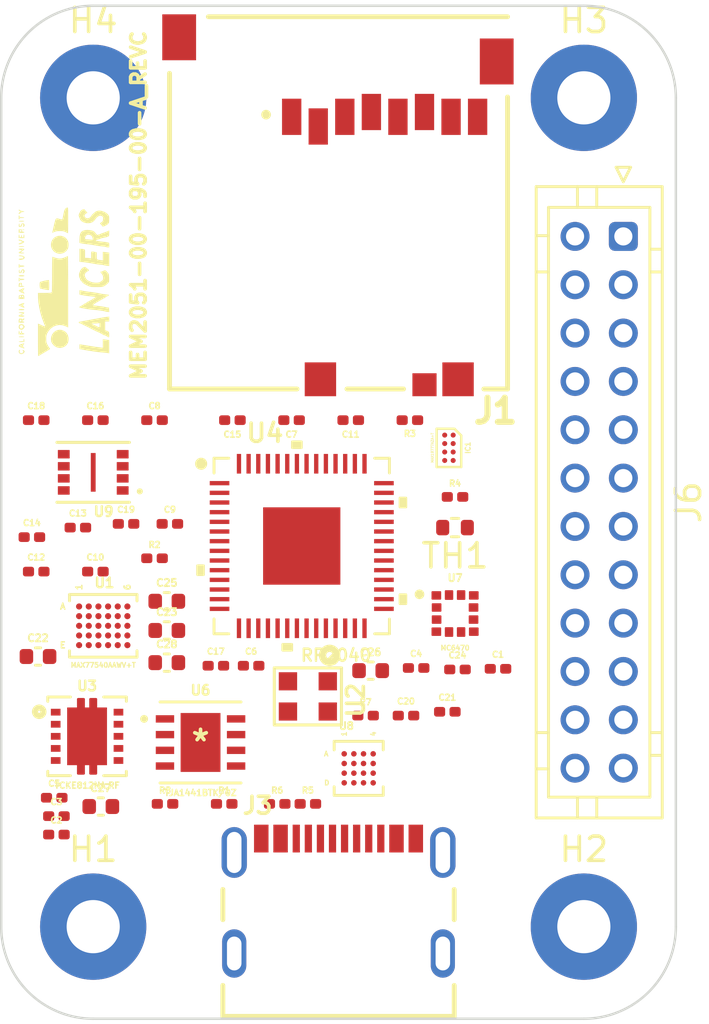
<source format=kicad_pcb>
(kicad_pcb (version 20211014) (generator pcbnew)
  (layers (0 "F.Cu" signal) (31 "B.Cu" signal) (34 "B.Paste" user) (35 "F.Paste" user) (36 "B.SilkS" user "B.Silkscreen") (37 "F.SilkS" user "F.Silkscreen") (38 "B.Mask" user) (39 "F.Mask" user) (44 "Edge.Cuts" user))
  (net 0 "")
  (net 1 "SD_DAT2")
  (net 2 "SD_DAT3")
  (net 11 "SD_CMD")
  (net 12 "SD_CLK")
  (net 13 "GND")
  (net 14 "SD_DAT0")
  (net 15 "SD_DAT1")
  (net 19 "V_BUS")
  (net 20 "/Power/V_OUT")
  (net 21 "CAN_HI")
  (net 22 "CAN_LO")
  (net 26 "DP")
  (net 28 "Net-(C3-Pad1)")
  (net 29 "+1V1")
  (net 30 "/MCU/CLOCK")
  (net 31 "Net-(R3-Pad1)")
  (net 44 "Net-(U1-PadE1)")
  (net 45 "Net-(R2-Pad1)")
  (net 47 "VIN_12V")
  (net 49 "DN")
  (net 50 "GPIO_TEMP")
  (net 51 "V_SEL")
  (net 52 "VIN")
  (net 76 "IO_FILTERING")
  (net 77 "+5V")
  (net 79 "Net-(U1-PadD4)")
  (net 94 "QSPI_SD3")
  (net 95 "QSPI_SCLK")
  (net 96 "QSPI_SD0")
  (net 97 "QSPI_SD2")
  (net 98 "QSPI_SD1")
  (net 102 "Net-(U3-Pad10)")
  (net 111 "Net-(U1-PadD2)")
  (net 112 "Net-(U1-PadD1)")
  (net 132 "Net-(J3-PadB5)")
  (net 133 "Net-(J3-PadA5)")
  (footprint "graphics:cbu-small" (layer "F.Cu") (at 101.6 87.63 90)
    (fp_text reference "G***" hide)
    (fp_text value "LOGO" hide)
  )
  (footprint "personal:C_0201_0603Metric" (layer "F.Cu") (at 111.085 93.345 180)
    (fp_text reference "C7" (at 0 -0.59 180) (layer "F.SilkS") (effects (font (size 0.25 0.25) (thickness 0.0625))))
    (fp_text value "0.1µF")
    (pad "1" smd roundrect (at -0.32 0 180) (size 0.46 0.4) (layers "F.Cu" "F.Mask") (net 76 "IO_FILTERING"))
    (pad "2" smd roundrect (at 0.32 0 180) (size 0.46 0.4) (layers "F.Cu" "F.Mask") (net 13 "GND"))
  )
  (footprint "personal:C_0402_1005Metric" (layer "F.Cu") (at 105.918 103.378)
    (fp_text reference "C28" (at 0 -0.762) (layer "F.SilkS") (effects (font (size 0.3 0.3) (thickness 0.075))))
    (fp_text value "22µF")
    (pad "1" smd roundrect (at -0.48 0) (size 0.56 0.62) (layers "F.Cu" "F.Paste" "F.Mask") (net 13 "GND"))
    (pad "2" smd roundrect (at 0.48 0) (size 0.56 0.62) (layers "F.Cu" "F.Paste" "F.Mask") (net 76 "IO_FILTERING"))
  )
  (footprint "personal:C_0201_0603Metric" (layer "F.Cu") (at 119.634 103.632)
    (fp_text reference "C1" (at 0 -0.59) (layer "F.SilkS") (effects (font (size 0.25 0.25) (thickness 0.0625))))
    (fp_text value "0.1µF")
    (pad "1" smd roundrect (at -0.32 0) (size 0.46 0.4) (layers "F.Cu" "F.Mask") (net 51 "V_SEL"))
    (pad "2" smd roundrect (at 0.32 0) (size 0.46 0.4) (layers "F.Cu" "F.Mask") (net 13 "GND"))
  )
  (footprint "personal:OSCDFN250X200X89-4N" (layer "F.Cu") (at 111.76 104.775 -90)
    (fp_text reference "U2" (at 0.1524 -1.9812 90) (layer "F.SilkS") (effects (font (size 0.7 0.7))))
    (fp_text value "DSC1001DI1-025.0000T")
    (pad "1" smd rect (at -0.625 -0.825 180) (size 0.76 0.75) (layers "F.Cu" "F.Paste" "F.Mask"))
    (pad "2" smd rect (at -0.625 0.825 180) (size 0.76 0.75) (layers "F.Cu" "F.Paste" "F.Mask") (net 13 "GND"))
    (pad "3" smd rect (at 0.625 0.825 180) (size 0.76 0.75) (layers "F.Cu" "F.Paste" "F.Mask") (net 30 "/MCU/CLOCK"))
    (pad "4" smd rect (at 0.625 -0.825 180) (size 0.76 0.75) (layers "F.Cu" "F.Paste" "F.Mask") (net 76 "IO_FILTERING"))
  )
  (footprint "personal:R_0201_0603Metric" (layer "F.Cu") (at 115.985 93.345 180)
    (fp_text reference "R3" (at 0 -0.5588 180) (layer "F.SilkS") (effects (font (size 0.25 0.25) (thickness 0.0625))))
    (fp_text value "27.4")
    (pad "1" smd roundrect (at -0.32 0 180) (size 0.46 0.4) (layers "F.Cu" "F.Mask") (net 31 "Net-(R3-Pad1)"))
    (pad "2" smd roundrect (at 0.32 0 180) (size 0.46 0.4) (layers "F.Cu" "F.Mask") (net 49 "DN"))
  )
  (footprint "personal:HVSON8_TJA1441BTK_0Z_NXP" (layer "F.Cu") (at 107.315 106.68)
    (fp_text reference "U6" (at 0 -2.159) (layer "F.SilkS") (effects (font (size 0.4 0.4) (thickness 0.1))))
    (fp_text value "TJA1441BTK/0Z" (at 0 2.0828) (layer "F.SilkS") (effects (font (size 0.25 0.25) (thickness 0.0625))))
    (fp_text user "*" (at 0 0) (layer "F.SilkS"))
    (pad "1" smd rect (at -1.4732 -0.974999) (size 0.762 0.3048) (layers "F.Cu" "F.Paste" "F.Mask"))
    (pad "2" smd rect (at -1.4732 -0.325001) (size 0.762 0.3048) (layers "F.Cu" "F.Paste" "F.Mask"))
    (pad "3" smd rect (at -1.4732 0.325001) (size 0.762 0.3048) (layers "F.Cu" "F.Paste" "F.Mask"))
    (pad "4" smd rect (at -1.4732 0.974999) (size 0.762 0.3048) (layers "F.Cu" "F.Paste" "F.Mask"))
    (pad "5" smd rect (at 1.4732 0.974999) (size 0.762 0.3048) (layers "F.Cu" "F.Paste" "F.Mask"))
    (pad "6" smd rect (at 1.4732 0.325001) (size 0.762 0.3048) (layers "F.Cu" "F.Paste" "F.Mask"))
    (pad "7" smd rect (at 1.4732 -0.325001) (size 0.762 0.3048) (layers "F.Cu" "F.Paste" "F.Mask"))
    (pad "8" smd rect (at 1.4732 -0.974999) (size 0.762 0.3048) (layers "F.Cu" "F.Paste" "F.Mask"))
    (pad "9" smd rect (at 0 0) (size 1.651 2.4384) (layers "F.Cu" "F.Paste" "F.Mask"))
  )
  (footprint "personal:C_0201_0603Metric" (layer "F.Cu") (at 115.824 105.568)
    (fp_text reference "C20" (at 0 -0.59) (layer "F.SilkS") (effects (font (size 0.25 0.25) (thickness 0.0625))))
    (fp_text value "1µF")
    (pad "1" smd roundrect (at -0.32 0) (size 0.46 0.4) (layers "F.Cu" "F.Mask") (net 44 "Net-(U1-PadE1)"))
    (pad "2" smd roundrect (at 0.32 0) (size 0.46 0.4) (layers "F.Cu" "F.Mask") (net 13 "GND"))
  )
  (footprint "personal:C_0201_0603Metric" (layer "F.Cu") (at 117.536 105.41)
    (fp_text reference "C21" (at 0 -0.59) (layer "F.SilkS") (effects (font (size 0.25 0.25) (thickness 0.0625))))
    (fp_text value "1µF")
    (pad "1" smd roundrect (at -0.32 0) (size 0.46 0.4) (layers "F.Cu" "F.Mask") (net 20 "/Power/V_OUT"))
    (pad "2" smd roundrect (at 0.32 0) (size 0.46 0.4) (layers "F.Cu" "F.Mask") (net 13 "GND"))
  )
  (footprint "personal:C_0402_1005Metric" (layer "F.Cu") (at 100.584 103.124)
    (fp_text reference "C22" (at 0 -0.762) (layer "F.SilkS") (effects (font (size 0.3 0.3) (thickness 0.075))))
    (fp_text value "22µF")
    (pad "1" smd roundrect (at -0.48 0) (size 0.56 0.62) (layers "F.Cu" "F.Paste" "F.Mask") (net 13 "GND"))
    (pad "2" smd roundrect (at 0.48 0) (size 0.56 0.62) (layers "F.Cu" "F.Paste" "F.Mask") (net 77 "+5V"))
  )
  (footprint "personal:C_0402_1005Metric" (layer "F.Cu") (at 114.36 103.708)
    (fp_text reference "C26" (at 0 -0.762) (layer "F.SilkS") (effects (font (size 0.3 0.3) (thickness 0.075))))
    (fp_text value "22µF")
    (pad "1" smd roundrect (at -0.48 0) (size 0.56 0.62) (layers "F.Cu" "F.Paste" "F.Mask") (net 13 "GND"))
    (pad "2" smd roundrect (at 0.48 0) (size 0.56 0.62) (layers "F.Cu" "F.Paste" "F.Mask") (net 76 "IO_FILTERING"))
  )
  (footprint "MountingHole:MountingHole_2.2mm_M2_Pad_TopBottom" (layer "F.Cu") (at 123.19 114.3)
    (fp_text reference "H2" (at 0 -3.2) (layer "F.SilkS"))
    (fp_text value "M2")
    (pad "1" thru_hole circle (at 0 0) (size 2.6 2.6) (drill 2.2) (layers *.Cu *.Mask) (net 13 "GND"))
    (pad "1" connect circle (at 0 0) (size 4.4 4.4) (layers "B.Cu" "B.Mask") (net 13 "GND"))
    (pad "1" connect circle (at 0 0) (size 4.4 4.4) (layers "F.Cu" "F.Mask") (net 13 "GND"))
  )
  (footprint "MountingHole:MountingHole_2.2mm_M2_Pad_TopBottom" (layer "F.Cu") (at 102.87 114.3)
    (fp_text reference "H1" (at 0 -3.2) (layer "F.SilkS"))
    (fp_text value "M2")
    (pad "1" connect circle (at 0 0) (size 4.4 4.4) (layers "B.Cu" "B.Mask") (net 13 "GND"))
    (pad "1" connect circle (at 0 0) (size 4.4 4.4) (layers "F.Cu" "F.Mask") (net 13 "GND"))
    (pad "1" thru_hole circle (at 0 0) (size 2.6 2.6) (drill 2.2) (layers *.Cu *.Mask) (net 13 "GND"))
  )
  (footprint "personal:R_0201_0603Metric" (layer "F.Cu") (at 105.845 109.22)
    (fp_text reference "R8" (at 0 -0.5588) (layer "F.SilkS") (effects (font (size 0.25 0.25) (thickness 0.0625))))
    (fp_text value "100k")
    (pad "1" smd roundrect (at -0.32 0) (size 0.46 0.4) (layers "F.Cu" "F.Mask") (net 13 "GND"))
    (pad "2" smd roundrect (at 0.32 0) (size 0.46 0.4) (layers "F.Cu" "F.Mask") (net 112 "Net-(U1-PadD1)"))
  )
  (footprint "personal:R_0402_1005Metric" (layer "F.Cu") (at 117.854 97.79 180)
    (fp_text reference "TH1" (at 0 -1.17 180) (layer "F.SilkS"))
    (fp_text value "NTC")
    (pad "1" smd roundrect (at -0.51 0 180) (size 0.54 0.64) (layers "F.Cu" "F.Paste" "F.Mask") (net 50 "GPIO_TEMP"))
    (pad "2" smd roundrect (at 0.51 0 180) (size 0.54 0.64) (layers "F.Cu" "F.Paste" "F.Mask") (net 13 "GND"))
  )
  (footprint "MountingHole:MountingHole_2.2mm_M2_Pad_TopBottom" (layer "F.Cu") (at 102.87 80.01)
    (fp_text reference "H4" (at 0 -3.2) (layer "F.SilkS"))
    (fp_text value "M2")
    (pad "1" connect circle (at 0 0) (size 4.4 4.4) (layers "B.Cu" "B.Mask") (net 13 "GND"))
    (pad "1" connect circle (at 0 0) (size 4.4 4.4) (layers "F.Cu" "F.Mask") (net 13 "GND"))
    (pad "1" thru_hole circle (at 0 0) (size 2.6 2.6) (drill 2.2) (layers *.Cu *.Mask) (net 13 "GND"))
  )
  (footprint "personal:C_0201_0603Metric" (layer "F.Cu") (at 100.51 99.61)
    (fp_text reference "C12" (at 0 -0.59) (layer "F.SilkS") (effects (font (size 0.25 0.25) (thickness 0.0625))))
    (fp_text value "0.1µF")
    (pad "1" smd roundrect (at -0.32 0) (size 0.46 0.4) (layers "F.Cu" "F.Mask") (net 76 "IO_FILTERING"))
    (pad "2" smd roundrect (at 0.32 0) (size 0.46 0.4) (layers "F.Cu" "F.Mask") (net 13 "GND"))
  )
  (footprint "MountingHole:MountingHole_2.2mm_M2_Pad_TopBottom" (layer "F.Cu") (at 123.19 80.01)
    (fp_text reference "H3" (at 0 -3.2) (layer "F.SilkS"))
    (fp_text value "M2")
    (pad "1" connect circle (at 0 0) (size 4.4 4.4) (layers "F.Cu" "F.Mask") (net 13 "GND"))
    (pad "1" connect circle (at 0 0) (size 4.4 4.4) (layers "B.Cu" "B.Mask") (net 13 "GND"))
    (pad "1" thru_hole circle (at 0 0) (size 2.6 2.6) (drill 2.2) (layers *.Cu *.Mask) (net 13 "GND"))
  )
  (footprint "personal:C_0201_0603Metric" (layer "F.Cu") (at 102.96 99.61)
    (fp_text reference "C10" (at 0 -0.59) (layer "F.SilkS") (effects (font (size 0.25 0.25) (thickness 0.0625))))
    (fp_text value "0.1µF")
    (pad "1" smd roundrect (at -0.32 0) (size 0.46 0.4) (layers "F.Cu" "F.Mask") (net 76 "IO_FILTERING"))
    (pad "2" smd roundrect (at 0.32 0) (size 0.46 0.4) (layers "F.Cu" "F.Mask") (net 13 "GND"))
  )
  (footprint "personal:R_0201_0603Metric" (layer "F.Cu") (at 111.76 109.22)
    (fp_text reference "R5" (at 0 -0.5588) (layer "F.SilkS") (effects (font (size 0.25 0.25) (thickness 0.0625))))
    (fp_text value "5.1k")
    (pad "1" smd roundrect (at -0.32 0) (size 0.46 0.4) (layers "F.Cu" "F.Mask") (net 133 "Net-(J3-PadA5)"))
    (pad "2" smd roundrect (at 0.32 0) (size 0.46 0.4) (layers "F.Cu" "F.Mask") (net 13 "GND"))
  )
  (footprint "Connector_JST:JST_PHD_B24B-PHDSS_2x12_P2.00mm_Vertical" (layer "F.Cu") (at 124.825 85.7425 -90)
    (fp_text reference "J6" (at 11 -2.7 90) (layer "F.SilkS"))
    (fp_text value "Conn_02x12_Counter_Clockwise")
    (pad "1" thru_hole roundrect (at 0 0 270) (size 1.2 1.2) (drill 0.75) (layers *.Cu *.Mask) (roundrect_rratio 0.208333))
    (pad "2" thru_hole circle (at 0 2 270) (size 1.2 1.2) (drill 0.75) (layers *.Cu *.Mask))
    (pad "3" thru_hole circle (at 2 0 270) (size 1.2 1.2) (drill 0.75) (layers *.Cu *.Mask))
    (pad "4" thru_hole circle (at 2 2 270) (size 1.2 1.2) (drill 0.75) (layers *.Cu *.Mask))
    (pad "5" thru_hole circle (at 4 0 270) (size 1.2 1.2) (drill 0.75) (layers *.Cu *.Mask))
    (pad "6" thru_hole circle (at 4 2 270) (size 1.2 1.2) (drill 0.75) (layers *.Cu *.Mask) (net 47 "VIN_12V"))
    (pad "7" thru_hole circle (at 6 0 270) (size 1.2 1.2) (drill 0.75) (layers *.Cu *.Mask))
    (pad "8" thru_hole circle (at 6 2 270) (size 1.2 1.2) (drill 0.75) (layers *.Cu *.Mask))
    (pad "9" thru_hole circle (at 8 0 270) (size 1.2 1.2) (drill 0.75) (layers *.Cu *.Mask))
    (pad "10" thru_hole circle (at 8 2 270) (size 1.2 1.2) (drill 0.75) (layers *.Cu *.Mask))
    (pad "11" thru_hole circle (at 10 0 270) (size 1.2 1.2) (drill 0.75) (layers *.Cu *.Mask) (net 21 "CAN_HI"))
    (pad "12" thru_hole circle (at 10 2 270) (size 1.2 1.2) (drill 0.75) (layers *.Cu *.Mask) (net 21 "CAN_HI"))
    (pad "13" thru_hole circle (at 12 0 270) (size 1.2 1.2) (drill 0.75) (layers *.Cu *.Mask) (net 22 "CAN_LO"))
    (pad "14" thru_hole circle (at 12 2 270) (size 1.2 1.2) (drill 0.75) (layers *.Cu *.Mask) (net 22 "CAN_LO"))
    (pad "15" thru_hole circle (at 14 0 270) (size 1.2 1.2) (drill 0.75) (layers *.Cu *.Mask))
    (pad "16" thru_hole circle (at 14 2 270) (size 1.2 1.2) (drill 0.75) (layers *.Cu *.Mask))
    (pad "17" thru_hole circle (at 16 0 270) (size 1.2 1.2) (drill 0.75) (layers *.Cu *.Mask))
    (pad "18" thru_hole circle (at 16 2 270) (size 1.2 1.2) (drill 0.75) (layers *.Cu *.Mask))
    (pad "19" thru_hole circle (at 18 0 270) (size 1.2 1.2) (drill 0.75) (layers *.Cu *.Mask))
    (pad "20" thru_hole circle (at 18 2 270) (size 1.2 1.2) (drill 0.75) (layers *.Cu *.Mask))
    (pad "21" thru_hole circle (at 20 0 270) (size 1.2 1.2) (drill 0.75) (layers *.Cu *.Mask))
    (pad "22" thru_hole circle (at 20 2 270) (size 1.2 1.2) (drill 0.75) (layers *.Cu *.Mask))
    (pad "23" thru_hole circle (at 22 0 270) (size 1.2 1.2) (drill 0.75) (layers *.Cu *.Mask))
    (pad "24" thru_hole circle (at 22 2 270) (size 1.2 1.2) (drill 0.75) (layers *.Cu *.Mask))
  )
  (footprint "personal:C_0201_0603Metric" (layer "F.Cu") (at 101.256 108.966)
    (fp_text reference "C5" (at 0 -0.59) (layer "F.SilkS") (effects (font (size 0.25 0.25) (thickness 0.0625))))
    (fp_text value "0.1µF")
    (pad "1" smd roundrect (at -0.32 0) (size 0.46 0.4) (layers "F.Cu" "F.Mask") (net 20 "/Power/V_OUT"))
    (pad "2" smd roundrect (at 0.32 0) (size 0.46 0.4) (layers "F.Cu" "F.Mask") (net 13 "GND"))
  )
  (footprint "personal:WSON10B_TOS" (layer "F.Cu") (at 102.616 106.426)
    (fp_text reference "U3" (at 0 -2.0828) (layer "F.SilkS") (effects (font (size 0.4 0.4) (thickness 0.1))))
    (fp_text value "TCKE812NA,RF" (at 0 2.032) (layer "F.SilkS") (effects (font (size 0.25 0.25) (thickness 0.0625))))
    (fp_poly (pts (xy 0.3683 -1.1938) (xy 0.3683 -1.5367) (xy 0.1397 -1.5367) (xy 0.1397 -1.1938)) (layer "F.Cu") (width 0.1) (fill solid))
    (fp_poly (pts (xy -0.3683 1.1938) (xy -0.3683 1.5367) (xy -0.1397 1.5367) (xy -0.1397 1.1938)) (layer "F.Cu") (width 0.1) (fill solid))
    (fp_poly (pts (xy 0.3683 1.1938) (xy 0.3683 1.5367) (xy 0.1397 1.5367) (xy 0.1397 1.1938)) (layer "F.Cu") (width 0.1) (fill solid))
    (fp_poly (pts (xy -0.3683 -1.1938) (xy -0.3683 -1.5367) (xy -0.1397 -1.5367) (xy -0.1397 -1.1938)) (layer "F.Cu") (width 0.1) (fill solid))
    (pad "1" smd rect (at -1.299997 -1.000001) (size 0.4 0.2794) (layers "F.Cu" "F.Paste" "F.Mask") (net 28 "Net-(C3-Pad1)"))
    (pad "2" smd rect (at -1.299997 -0.499999) (size 0.4 0.2794) (layers "F.Cu" "F.Paste" "F.Mask") (net 51 "V_SEL"))
    (pad "3" smd rect (at -1.299997 0) (size 0.4 0.2794) (layers "F.Cu" "F.Paste" "F.Mask") (net 51 "V_SEL"))
    (pad "4" smd rect (at -1.299997 0.499999) (size 0.4 0.2794) (layers "F.Cu" "F.Paste" "F.Mask") (net 51 "V_SEL"))
    (pad "5" smd rect (at -1.299997 1.000001) (size 0.4 0.2794) (layers "F.Cu" "F.Paste" "F.Mask") (net 51 "V_SEL"))
    (pad "6" smd rect (at 1.299997 1.000001) (size 0.4 0.2794) (layers "F.Cu" "F.Paste" "F.Mask") (net 20 "/Power/V_OUT"))
    (pad "7" smd rect (at 1.299997 0.499999) (size 0.4 0.2794) (layers "F.Cu" "F.Paste" "F.Mask") (net 20 "/Power/V_OUT"))
    (pad "8" smd rect (at 1.299997 0) (size 0.4 0.2794) (layers "F.Cu" "F.Paste" "F.Mask") (net 20 "/Power/V_OUT"))
    (pad "9" smd rect (at 1.299997 -0.499999) (size 0.4 0.2794) (layers "F.Cu" "F.Paste" "F.Mask"))
    (pad "10" smd rect (at 1.299997 -1.000001) (size 0.4 0.2794) (layers "F.Cu" "F.Paste" "F.Mask") (net 102 "Net-(U3-Pad10)"))
    (pad "11" smd rect (at 0 0) (size 1.651 2.3876) (layers "F.Cu" "F.Paste" "F.Mask") (net 13 "GND"))
  )
  (footprint "personal:C_0201_0603Metric" (layer "F.Cu") (at 107.95 103.505)
    (fp_text reference "C17" (at 0 -0.59) (layer "F.SilkS") (effects (font (size 0.25 0.25) (thickness 0.0625))))
    (fp_text value "0.1µF")
    (pad "1" smd roundrect (at -0.32 0) (size 0.46 0.4) (layers "F.Cu" "F.Mask") (net 76 "IO_FILTERING"))
    (pad "2" smd roundrect (at 0.32 0) (size 0.46 0.4) (layers "F.Cu" "F.Mask") (net 13 "GND"))
  )
  (footprint "personal:C_0201_0603Metric" (layer "F.Cu") (at 116.244 103.598)
    (fp_text reference "C4" (at 0 -0.59) (layer "F.SilkS") (effects (font (size 0.25 0.25) (thickness 0.0625))))
    (fp_text value "0.1µF")
    (pad "1" smd roundrect (at -0.32 0) (size 0.46 0.4) (layers "F.Cu" "F.Mask") (net 51 "V_SEL"))
    (pad "2" smd roundrect (at 0.32 0) (size 0.46 0.4) (layers "F.Cu" "F.Mask") (net 13 "GND"))
  )
  (footprint "personal:R_0201_0603Metric" (layer "F.Cu") (at 108.295 109.22)
    (fp_text reference "R1" (at 0 -0.5588) (layer "F.SilkS") (effects (font (size 0.25 0.25) (thickness 0.0625))))
    (fp_text value "36k")
    (pad "1" smd roundrect (at -0.32 0) (size 0.46 0.4) (layers "F.Cu" "F.Mask") (net 102 "Net-(U3-Pad10)"))
    (pad "2" smd roundrect (at 0.32 0) (size 0.46 0.4) (layers "F.Cu" "F.Mask") (net 13 "GND"))
  )
  (footprint "personal:C_0402_1005Metric" (layer "F.Cu") (at 105.918 102.046)
    (fp_text reference "C23" (at 0 -0.762) (layer "F.SilkS") (effects (font (size 0.3 0.3) (thickness 0.075))))
    (fp_text value "22µF")
    (pad "1" smd roundrect (at -0.48 0) (size 0.56 0.62) (layers "F.Cu" "F.Paste" "F.Mask") (net 13 "GND"))
    (pad "2" smd roundrect (at 0.48 0) (size 0.56 0.62) (layers "F.Cu" "F.Paste" "F.Mask") (net 76 "IO_FILTERING"))
  )
  (footprint "personal:C_0201_0603Metric" (layer "F.Cu") (at 101.346 109.728)
    (fp_text reference "C3" (at 0 -0.59) (layer "F.SilkS") (effects (font (size 0.25 0.25) (thickness 0.0625))))
    (fp_text value "100pF")
    (pad "1" smd roundrect (at -0.32 0) (size 0.46 0.4) (layers "F.Cu" "F.Mask") (net 28 "Net-(C3-Pad1)"))
    (pad "2" smd roundrect (at 0.32 0) (size 0.46 0.4) (layers "F.Cu" "F.Mask") (net 13 "GND"))
  )
  (footprint "personal:C_0402_1005Metric" (layer "F.Cu") (at 105.918 100.838)
    (fp_text reference "C25" (at 0 -0.762) (layer "F.SilkS") (effects (font (size 0.3 0.3) (thickness 0.075))))
    (fp_text value "22µF")
    (pad "1" smd roundrect (at -0.48 0) (size 0.56 0.62) (layers "F.Cu" "F.Paste" "F.Mask") (net 13 "GND"))
    (pad "2" smd roundrect (at 0.48 0) (size 0.56 0.62) (layers "F.Cu" "F.Paste" "F.Mask") (net 77 "+5V"))
  )
  (footprint "personal:C_0201_0603Metric" (layer "F.Cu") (at 102.235 97.79)
    (fp_text reference "C13" (at 0 -0.59) (layer "F.SilkS") (effects (font (size 0.25 0.25) (thickness 0.0625))))
    (fp_text value "0.1µF")
    (pad "1" smd roundrect (at -0.32 0) (size 0.46 0.4) (layers "F.Cu" "F.Mask") (net 76 "IO_FILTERING"))
    (pad "2" smd roundrect (at 0.32 0) (size 0.46 0.4) (layers "F.Cu" "F.Mask") (net 13 "GND"))
  )
  (footprint "personal:C_0201_0603Metric" (layer "F.Cu") (at 100.33 98.185)
    (fp_text reference "C14" (at 0 -0.59) (layer "F.SilkS") (effects (font (size 0.25 0.25) (thickness 0.0625))))
    (fp_text value "0.1µF")
    (pad "1" smd roundrect (at -0.32 0) (size 0.46 0.4) (layers "F.Cu" "F.Mask") (net 29 "+1V1"))
    (pad "2" smd roundrect (at 0.32 0) (size 0.46 0.4) (layers "F.Cu" "F.Mask") (net 13 "GND"))
  )
  (footprint "personal:R_0201_0603Metric" (layer "F.Cu") (at 117.854 96.52)
    (fp_text reference "R4" (at 0 -0.5588) (layer "F.SilkS") (effects (font (size 0.25 0.25) (thickness 0.0625))))
    (fp_text value "470k")
    (pad "1" smd roundrect (at -0.32 0) (size 0.46 0.4) (layers "F.Cu" "F.Mask") (net 76 "IO_FILTERING"))
    (pad "2" smd roundrect (at 0.32 0) (size 0.46 0.4) (layers "F.Cu" "F.Mask") (net 50 "GPIO_TEMP"))
  )
  (footprint "personal:PQFN50P200X200X100-12N" (layer "F.Cu") (at 117.856 101.346)
    (fp_text reference "U7" (at 0 -1.4732) (layer "F.SilkS") (effects (font (size 0.3 0.3) (thickness 0.075))))
    (fp_text value "MC6470" (at 0 1.4224) (layer "F.SilkS") (effects (font (size 0.2 0.2) (thickness 0.05))))
    (pad "1" smd roundrect (at -0.775 -0.75) (size 0.4 0.35) (layers "F.Cu" "F.Paste") (roundrect_rratio 0.09))
    (pad "2" smd roundrect (at -0.765 -0.25) (size 0.4 0.35) (layers "F.Cu" "F.Paste") (roundrect_rratio 0.09))
    (pad "3" smd roundrect (at -0.765 0.25) (size 0.4 0.35) (layers "F.Cu" "F.Paste") (roundrect_rratio 0.09))
    (pad "4" smd roundrect (at -0.775 0.75) (size 0.4 0.35) (layers "F.Cu" "F.Paste") (roundrect_rratio 0.09))
    (pad "5" smd roundrect (at -0.25 0.765) (size 0.35 0.4) (layers "F.Cu" "F.Paste") (roundrect_rratio 0.1))
    (pad "6" smd roundrect (at 0.25 0.765) (size 0.35 0.4) (layers "F.Cu" "F.Paste") (roundrect_rratio 0.1))
    (pad "7" smd roundrect (at 0.775 0.75) (size 0.4 0.35) (layers "F.Cu" "F.Paste") (roundrect_rratio 0.09))
    (pad "8" smd roundrect (at 0.765 0.25) (size 0.4 0.35) (layers "F.Cu" "F.Paste") (roundrect_rratio 0.09))
    (pad "9" smd roundrect (at 0.765 -0.25) (size 0.4 0.35) (layers "F.Cu" "F.Paste") (roundrect_rratio 0.09))
    (pad "10" smd roundrect (at 0.775 -0.75) (size 0.4 0.35) (layers "F.Cu" "F.Paste") (roundrect_rratio 0.09))
    (pad "11" smd roundrect (at 0.25 -0.765) (size 0.35 0.4) (layers "F.Cu" "F.Paste") (roundrect_rratio 0.1))
    (pad "12" smd roundrect (at -0.25 -0.765) (size 0.35 0.4) (layers "F.Cu" "F.Paste") (roundrect_rratio 0.1))
  )
  (footprint "personal:C_0201_0603Metric" (layer "F.Cu") (at 104.23 97.635)
    (fp_text reference "C19" (at 0 -0.59) (layer "F.SilkS") (effects (font (size 0.25 0.25) (thickness 0.0625))))
    (fp_text value "0.1µF")
    (pad "1" smd roundrect (at -0.32 0) (size 0.46 0.4) (layers "F.Cu" "F.Mask") (net 76 "IO_FILTERING"))
    (pad "2" smd roundrect (at 0.32 0) (size 0.46 0.4) (layers "F.Cu" "F.Mask") (net 13 "GND"))
  )
  (footprint "personal:C_0201_0603Metric" (layer "F.Cu") (at 113.535 93.345 180)
    (fp_text reference "C11" (at 0 -0.59 180) (layer "F.SilkS") (effects (font (size 0.25 0.25) (thickness 0.0625))))
    (fp_text value "0.1µF")
    (pad "1" smd roundrect (at -0.32 0 180) (size 0.46 0.4) (layers "F.Cu" "F.Mask") (net 76 "IO_FILTERING"))
    (pad "2" smd roundrect (at 0.32 0 180) (size 0.46 0.4) (layers "F.Cu" "F.Mask") (net 13 "GND"))
  )
  (footprint "personal:21-100414_W302P2Z+1_MXM" (layer "F.Cu") (at 103.286 101.854)
    (fp_text reference "U1" (at 0.0508 -1.778) (layer "F.SilkS") (effects (font (size 0.4 0.4) (thickness 0.1))))
    (fp_text value "MAX77540AAWV+T" (at 0 1.6256) (layer "F.SilkS") (effects (font (size 0.2 0.2) (thickness 0.05))))
    (fp_text user "1" (at -1 -1.6002 90) (layer "F.SilkS") (effects (font (size 0.25 0.25) (thickness 0.0625))))
    (fp_text user "A" (at -1.6764 -0.8) (layer "F.SilkS") (effects (font (size 0.25 0.25) (thickness 0.0625))))
    (fp_text user "6" (at 1 -1.6002 90) (layer "F.SilkS") (effects (font (size 0.25 0.25) (thickness 0.0625))))
    (fp_text user "E" (at -1.6764 0.8) (layer "F.SilkS") (effects (font (size 0.25 0.25) (thickness 0.0625))))
    (pad "A1" smd circle (at -1 -0.8) (size 0.254 0.254) (layers "F.Cu" "F.Paste" "F.Mask") (net 13 "GND"))
    (pad "A2" smd circle (at -0.6 -0.8) (size 0.254 0.254) (layers "F.Cu" "F.Paste" "F.Mask"))
    (pad "A3" smd circle (at -0.2 -0.8) (size 0.254 0.254) (layers "F.Cu" "F.Paste" "F.Mask") (net 20 "/Power/V_OUT"))
    (pad "A4" smd circle (at 0.2 -0.8) (size 0.254 0.254) (layers "F.Cu" "F.Paste" "F.Mask") (net 20 "/Power/V_OUT"))
    (pad "A5" smd circle (at 0.6 -0.8) (size 0.254 0.254) (layers "F.Cu" "F.Paste" "F.Mask"))
    (pad "A6" smd circle (at 1 -0.8) (size 0.254 0.254) (layers "F.Cu" "F.Paste" "F.Mask") (net 13 "GND"))
    (pad "B1" smd circle (at -1 -0.4) (size 0.254 0.254) (layers "F.Cu" "F.Paste" "F.Mask"))
    (pad "B2" smd circle (at -0.6 -0.4) (size 0.254 0.254) (layers "F.Cu" "F.Paste" "F.Mask"))
    (pad "B3" smd circle (at -0.2 -0.4) (size 0.254 0.254) (layers "F.Cu" "F.Paste" "F.Mask"))
    (pad "B4" smd circle (at 0.2 -0.4) (size 0.254 0.254) (layers "F.Cu" "F.Paste" "F.Mask"))
    (pad "B5" smd circle (at 0.6 -0.4) (size 0.254 0.254) (layers "F.Cu" "F.Paste" "F.Mask"))
    (pad "B6" smd circle (at 1 -0.4) (size 0.254 0.254) (layers "F.Cu" "F.Paste" "F.Mask"))
    (pad "C1" smd circle (at -1 0) (size 0.254 0.254) (layers "F.Cu" "F.Paste" "F.Mask"))
    (pad "C2" smd circle (at -0.6 0) (size 0.254 0.254) (layers "F.Cu" "F.Paste" "F.Mask") (net 20 "/Power/V_OUT"))
    (pad "C3" smd circle (at -0.2 0) (size 0.254 0.254) (layers "F.Cu" "F.Paste" "F.Mask") (net 13 "GND"))
    (pad "C4" smd circle (at 0.2 0) (size 0.254 0.254) (layers "F.Cu" "F.Paste" "F.Mask") (net 13 "GND"))
    (pad "C5" smd circle (at 0.6 0) (size 0.254 0.254) (layers "F.Cu" "F.Paste" "F.Mask") (net 20 "/Power/V_OUT"))
    (pad "C6" smd circle (at 1 0) (size 0.254 0.254) (layers "F.Cu" "F.Paste" "F.Mask"))
    (pad "D1" smd circle (at -1 0.4) (size 0.254 0.254) (layers "F.Cu" "F.Paste" "F.Mask") (net 112 "Net-(U1-PadD1)"))
    (pad "D2" smd circle (at -0.6 0.4) (size 0.254 0.254) (layers "F.Cu" "F.Paste" "F.Mask") (net 111 "Net-(U1-PadD2)"))
    (pad "D3" smd circle (at -0.2 0.4) (size 0.254 0.254) (layers "F.Cu" "F.Paste" "F.Mask") (net 13 "GND"))
    (pad "D4" smd circle (at 0.2 0.4) (size 0.254 0.254) (layers "F.Cu" "F.Paste" "F.Mask") (net 79 "Net-(U1-PadD4)"))
    (pad "D5" smd circle (at 0.6 0.4) (size 0.254 0.254) (layers "F.Cu" "F.Paste" "F.Mask"))
    (pad "D6" smd circle (at 1 0.4) (size 0.254 0.254) (layers "F.Cu" "F.Paste" "F.Mask") (net 13 "GND"))
    (pad "E1" smd circle (at -1 0.8) (size 0.254 0.254) (layers "F.Cu" "F.Paste" "F.Mask") (net 44 "Net-(U1-PadE1)"))
    (pad "E2" smd circle (at -0.6 0.8) (size 0.254 0.254) (layers "F.Cu" "F.Paste" "F.Mask") (net 44 "Net-(U1-PadE1)"))
    (pad "E3" smd circle (at -0.2 0.8) (size 0.254 0.254) (layers "F.Cu" "F.Paste" "F.Mask") (net 13 "GND"))
    (pad "E4" smd circle (at 0.2 0.8) (size 0.254 0.254) (layers "F.Cu" "F.Paste" "F.Mask") (net 44 "Net-(U1-PadE1)"))
    (pad "E5" smd circle (at 0.6 0.8) (size 0.254 0.254) (layers "F.Cu" "F.Paste" "F.Mask") (net 20 "/Power/V_OUT"))
    (pad "E6" smd circle (at 1 0.8) (size 0.254 0.254) (layers "F.Cu" "F.Paste" "F.Mask") (net 13 "GND"))
  )
  (footprint "personal:PSON50P200X300X50-9N" (layer "F.Cu") (at 102.87 95.504 180)
    (fp_text reference "U9" (at -0.4318 -1.6256) (layer "F.SilkS") (effects (font (size 0.4 0.4) (thickness 0.1))))
    (fp_text value "GD25Q40CEIGR")
    (pad "1" smd roundrect (at -1.22 -0.75 180) (size 0.49 0.35) (layers "F.Cu" "F.Paste" "F.Mask") (roundrect_rratio 0.04))
    (pad "2" smd roundrect (at -1.22 -0.25 180) (size 0.49 0.35) (layers "F.Cu" "F.Paste" "F.Mask") (roundrect_rratio 0.04) (net 98 "QSPI_SD1"))
    (pad "3" smd roundrect (at -1.22 0.25 180) (size 0.49 0.35) (layers "F.Cu" "F.Paste" "F.Mask") (roundrect_rratio 0.04) (net 97 "QSPI_SD2"))
    (pad "4" smd roundrect (at -1.22 0.75 180) (size 0.49 0.35) (layers "F.Cu" "F.Paste" "F.Mask") (roundrect_rratio 0.04) (net 13 "GND"))
    (pad "5" smd roundrect (at 1.22 0.75 180) (size 0.49 0.35) (layers "F.Cu" "F.Paste" "F.Mask") (roundrect_rratio 0.04) (net 96 "QSPI_SD0"))
    (pad "6" smd roundrect (at 1.22 0.25 180) (size 0.49 0.35) (layers "F.Cu" "F.Paste" "F.Mask") (roundrect_rratio 0.04) (net 95 "QSPI_SCLK"))
    (pad "7" smd roundrect (at 1.22 -0.25 180) (size 0.49 0.35) (layers "F.Cu" "F.Paste" "F.Mask") (roundrect_rratio 0.04) (net 94 "QSPI_SD3"))
    (pad "8" smd roundrect (at 1.22 -0.75 180) (size 0.49 0.35) (layers "F.Cu" "F.Paste" "F.Mask") (roundrect_rratio 0.04) (net 76 "IO_FILTERING"))
    (pad "9" smd rect (at 0 0 180) (size 0.2 1.6) (layers "F.Cu" "F.Mask"))
  )
  (footprint "personal:C_0201_0603Metric" (layer "F.Cu") (at 102.96 93.345)
    (fp_text reference "C16" (at 0 -0.59) (layer "F.SilkS") (effects (font (size 0.25 0.25) (thickness 0.0625))))
    (fp_text value "0.1µF")
    (pad "1" smd roundrect (at -0.32 0) (size 0.46 0.4) (layers "F.Cu" "F.Mask") (net 29 "+1V1"))
    (pad "2" smd roundrect (at 0.32 0) (size 0.46 0.4) (layers "F.Cu" "F.Mask") (net 13 "GND"))
  )
  (footprint "personal:C_0201_0603Metric" (layer "F.Cu") (at 117.956 103.66)
    (fp_text reference "C24" (at 0 -0.59) (layer "F.SilkS") (effects (font (size 0.25 0.25) (thickness 0.0625))))
    (fp_text value "0.1µF")
    (pad "1" smd roundrect (at -0.32 0) (size 0.46 0.4) (layers "F.Cu" "F.Mask") (net 79 "Net-(U1-PadD4)"))
    (pad "2" smd roundrect (at 0.32 0) (size 0.46 0.4) (layers "F.Cu" "F.Mask") (net 13 "GND"))
  )
  (footprint "personal:GCT_MEM2051-00-195-00-A_REVC" (layer "F.Cu") (at 113.03 84.455 180)
    (fp_text reference "J1" (at -6.5024 -8.509) (layer "F.SilkS") (effects (font (thickness 0.25))))
    (fp_text value "MEM2051-00-195-00-A_REVC" (at 8.2804 0 90) (layer "F.SilkS") (effects (font (size 0.6 0.6))))
    (pad "1" smd rect (at 1.94 3.66 180) (size 0.8 1.5) (layers "F.Cu" "F.Paste" "F.Mask") (net 1 "SD_DAT2"))
    (pad "2" smd rect (at 0.84 3.26 180) (size 0.8 1.5) (layers "F.Cu" "F.Paste" "F.Mask") (net 2 "SD_DAT3"))
    (pad "3" smd rect (at -0.26 3.66 180) (size 0.8 1.5) (layers "F.Cu" "F.Paste" "F.Mask") (net 11 "SD_CMD"))
    (pad "4" smd rect (at -1.36 3.86 180) (size 0.8 1.5) (layers "F.Cu" "F.Paste" "F.Mask") (net 76 "IO_FILTERING"))
    (pad "5" smd rect (at -2.46 3.66 180) (size 0.8 1.5) (layers "F.Cu" "F.Paste" "F.Mask") (net 12 "SD_CLK"))
    (pad "6" smd rect (at -3.56 3.86 180) (size 0.8 1.5) (layers "F.Cu" "F.Paste" "F.Mask") (net 13 "GND"))
    (pad "7" smd rect (at -4.66 3.66 180) (size 0.8 1.5) (layers "F.Cu" "F.Paste" "F.Mask") (net 14 "SD_DAT0"))
    (pad "8" smd rect (at -5.76 3.66 180) (size 0.8 1.5) (layers "F.Cu" "F.Paste" "F.Mask") (net 15 "SD_DAT1"))
    (pad "9" smd rect (at -3.56 -7.425 180) (size 1 0.95) (layers "F.Cu" "F.Paste" "F.Mask"))
    (pad "10" smd rect (at -4.95 -7.2 180) (size 1.3 1.4) (layers "F.Cu" "F.Paste" "F.Mask") (net 13 "GND"))
    (pad "11" smd rect (at 0.75 -7.2 180) (size 1.3 1.4) (layers "F.Cu" "F.Paste" "F.Mask") (net 13 "GND"))
    (pad "12" smd rect (at -6.55 5.95 180) (size 1.4 1.9) (layers "F.Cu" "F.Paste" "F.Mask") (net 13 "GND"))
    (pad "13" smd rect (at 6.6 6.95 180) (size 1.4 1.9) (layers "F.Cu" "F.Paste" "F.Mask") (net 13 "GND"))
  )
  (footprint "personal:C_0201_0603Metric" (layer "F.Cu") (at 101.346 110.49)
    (fp_text reference "C2" (at 0 -0.59) (layer "F.SilkS") (effects (font (size 0.25 0.25) (thickness 0.0625))))
    (fp_text value "0.1µF")
    (pad "1" smd roundrect (at -0.32 0) (size 0.46 0.4) (layers "F.Cu" "F.Mask") (net 13 "GND"))
    (pad "2" smd roundrect (at 0.32 0) (size 0.46 0.4) (layers "F.Cu" "F.Mask") (net 19 "V_BUS"))
  )
  (footprint "personal:R_0201_0603Metric" (layer "F.Cu") (at 105.41 99.06)
    (fp_text reference "R2" (at 0 -0.5588) (layer "F.SilkS") (effects (font (size 0.25 0.25) (thickness 0.0625))))
    (fp_text value "27.4")
    (pad "1" smd roundrect (at -0.32 0) (size 0.46 0.4) (layers "F.Cu" "F.Mask") (net 45 "Net-(R2-Pad1)"))
    (pad "2" smd roundrect (at 0.32 0) (size 0.46 0.4) (layers "F.Cu" "F.Mask") (net 26 "DP"))
  )
  (footprint "personal:BGA8C35P4X2_143X86X37" (layer "F.Cu") (at 117.602 94.488 -90)
    (fp_text reference "IC1" (at 0 -0.7874 90) (layer "F.SilkS") (effects (font (size 0.2 0.2) (thickness 0.05))))
    (fp_text value "MAX19777AZA+T" (at 0 0.6858 90) (layer "F.SilkS") (effects (font (size 0.1 0.1) (thickness 0.025))))
    (pad "A1" smd circle (at -0.525 -0.175) (size 0.208 0.208) (layers "F.Cu" "F.Paste" "F.Mask"))
    (pad "A2" smd circle (at -0.175 -0.175) (size 0.208 0.208) (layers "F.Cu" "F.Paste" "F.Mask"))
    (pad "A3" smd circle (at 0.175 -0.175) (size 0.208 0.208) (layers "F.Cu" "F.Paste" "F.Mask"))
    (pad "A4" smd circle (at 0.525 -0.175) (size 0.208 0.208) (layers "F.Cu" "F.Paste" "F.Mask"))
    (pad "B1" smd circle (at -0.525 0.175) (size 0.208 0.208) (layers "F.Cu" "F.Paste" "F.Mask"))
    (pad "B2" smd circle (at -0.175 0.175) (size 0.208 0.208) (layers "F.Cu" "F.Paste" "F.Mask"))
    (pad "B3" smd circle (at 0.175 0.175) (size 0.208 0.208) (layers "F.Cu" "F.Paste" "F.Mask"))
    (pad "B4" smd circle (at 0.525 0.175) (size 0.208 0.208) (layers "F.Cu" "F.Paste" "F.Mask"))
  )
  (footprint "personal:FPF3042UCX" (layer "F.Cu") (at 113.865 107.75)
    (fp_text reference "U8" (at -0.508 -1.7526) (layer "F.SilkS") (effects (font (size 0.3 0.3) (thickness 0.075))))
    (fp_text value "WLCSP16_1P96X1P76X0P586_567SE_ONS")
    (fp_text user "1" (at -0.6 -1.4224 90) (layer "F.SilkS") (effects (font (size 0.2 0.2) (thickness 0.05))))
    (fp_text user "A" (at -1.3462 -0.6) (layer "F.SilkS") (effects (font (size 0.2 0.2) (thickness 0.05))))
    (fp_text user "D" (at -1.3208 0.6) (layer "F.SilkS") (effects (font (size 0.2 0.2) (thickness 0.05))))
    (fp_text user "4" (at 0.6096 -1.4224 90) (layer "F.SilkS") (effects (font (size 0.2 0.2) (thickness 0.05))))
    (pad "A1" smd circle (at -0.6 -0.6) (size 0.2286 0.2286) (layers "F.Cu" "F.Paste" "F.Mask") (net 19 "V_BUS"))
    (pad "A2" smd circle (at -0.2 -0.6) (size 0.2286 0.2286) (layers "F.Cu" "F.Paste" "F.Mask") (net 51 "V_SEL"))
    (pad "A3" smd circle (at 0.2 -0.6) (size 0.2286 0.2286) (layers "F.Cu" "F.Paste" "F.Mask") (net 51 "V_SEL"))
    (pad "A4" smd circle (at 0.6 -0.6) (size 0.2286 0.2286) (layers "F.Cu" "F.Paste" "F.Mask") (net 52 "VIN"))
    (pad "B1" smd circle (at -0.6 -0.2) (size 0.2286 0.2286) (layers "F.Cu" "F.Paste" "F.Mask") (net 19 "V_BUS"))
    (pad "B2" smd circle (at -0.2 -0.2) (size 0.2286 0.2286) (layers "F.Cu" "F.Paste" "F.Mask"))
    (pad "B3" smd circle (at 0.2 -0.2) (size 0.2286 0.2286) (layers "F.Cu" "F.Paste" "F.Mask") (net 51 "V_SEL"))
    (pad "B4" smd circle (at 0.6 -0.2) (size 0.2286 0.2286) (layers "F.Cu" "F.Paste" "F.Mask") (net 52 "VIN"))
    (pad "C1" smd circle (at -0.6 0.2) (size 0.2286 0.2286) (layers "F.Cu" "F.Paste" "F.Mask") (net 19 "V_BUS"))
    (pad "C2" smd circle (at -0.2 0.2) (size 0.2286 0.2286) (layers "F.Cu" "F.Paste" "F.Mask"))
    (pad "C3" smd circle (at 0.2 0.2) (size 0.2286 0.2286) (layers "F.Cu" "F.Paste" "F.Mask") (net 51 "V_SEL"))
    (pad "C4" smd circle (at 0.6 0.2) (size 0.2286 0.2286) (layers "F.Cu" "F.Paste" "F.Mask") (net 52 "VIN"))
    (pad "D1" smd circle (at -0.6 0.6) (size 0.2286 0.2286) (layers "F.Cu" "F.Paste" "F.Mask") (net 13 "GND"))
    (pad "D2" smd circle (at -0.2 0.6) (size 0.2286 0.2286) (layers "F.Cu" "F.Paste" "F.Mask") (net 13 "GND"))
    (pad "D3" smd circle (at 0.2 0.6) (size 0.2286 0.2286) (layers "F.Cu" "F.Paste" "F.Mask"))
    (pad "D4" smd circle (at 0.6 0.6) (size 0.2286 0.2286) (layers "F.Cu" "F.Paste" "F.Mask"))
  )
  (footprint "personal:IC57_RP2040" (layer "F.Cu") (at 111.506 98.552)
    (fp_text reference "U4" (at -1.524 -4.6736) (layer "F.SilkS") (effects (font (size 0.75 0.75))))
    (fp_text value "RP2040" (at 1.4224 4.5212) (layer "F.SilkS") (effects (font (size 0.5 0.5) (thickness 0.1))))
    (pad "1" smd rect (at -3.4036 -2.6 90) (size 0.1778 0.8128) (layers "F.Cu" "F.Paste" "F.Mask") (net 76 "IO_FILTERING"))
    (pad "2" smd rect (at -3.4036 -2.200001 90) (size 0.1778 0.8128) (layers "F.Cu" "F.Paste" "F.Mask") (net 14 "SD_DAT0"))
    (pad "3" smd rect (at -3.4036 -1.799999 90) (size 0.1778 0.8128) (layers "F.Cu" "F.Paste" "F.Mask") (net 15 "SD_DAT1"))
    (pad "4" smd rect (at -3.4036 -1.4 90) (size 0.1778 0.8128) (layers "F.Cu" "F.Paste" "F.Mask") (net 1 "SD_DAT2"))
    (pad "5" smd rect (at -3.4036 -1.000001 90) (size 0.1778 0.8128) (layers "F.Cu" "F.Paste" "F.Mask") (net 2 "SD_DAT3"))
    (pad "6" smd rect (at -3.4036 -0.599999 90) (size 0.1778 0.8128) (layers "F.Cu" "F.Paste" "F.Mask") (net 11 "SD_CMD"))
    (pad "7" smd rect (at -3.4036 -0.2 90) (size 0.1778 0.8128) (layers "F.Cu" "F.Paste" "F.Mask") (net 12 "SD_CLK"))
    (pad "8" smd rect (at -3.4036 0.2 90) (size 0.1778 0.8128) (layers "F.Cu" "F.Paste" "F.Mask"))
    (pad "9" smd rect (at -3.4036 0.599999 90) (size 0.1778 0.8128) (layers "F.Cu" "F.Paste" "F.Mask"))
    (pad "10" smd rect (at -3.4036 1.000001 90) (size 0.1778 0.8128) (layers "F.Cu" "F.Paste" "F.Mask") (net 76 "IO_FILTERING"))
    (pad "11" smd rect (at -3.4036 1.4 90) (size 0.1778 0.8128) (layers "F.Cu" "F.Paste" "F.Mask"))
    (pad "12" smd rect (at -3.4036 1.799999 90) (size 0.1778 0.8128) (layers "F.Cu" "F.Paste" "F.Mask"))
    (pad "13" smd rect (at -3.4036 2.200001 90) (size 0.1778 0.8128) (layers "F.Cu" "F.Paste" "F.Mask"))
    (pad "14" smd rect (at -3.4036 2.6 90) (size 0.1778 0.8128) (layers "F.Cu" "F.Paste" "F.Mask"))
    (pad "15" smd rect (at -2.6 3.4036) (size 0.1778 0.8128) (layers "F.Cu" "F.Paste" "F.Mask"))
    (pad "16" smd rect (at -2.200001 3.4036) (size 0.1778 0.8128) (layers "F.Cu" "F.Paste" "F.Mask"))
    (pad "17" smd rect (at -1.799999 3.4036) (size 0.1778 0.8128) (layers "F.Cu" "F.Paste" "F.Mask"))
    (pad "18" smd rect (at -1.4 3.4036) (size 0.1778 0.8128) (layers "F.Cu" "F.Paste" "F.Mask"))
    (pad "19" smd rect (at -1.000001 3.4036) (size 0.1778 0.8128) (layers "F.Cu" "F.Paste" "F.Mask") (net 13 "GND"))
    (pad "20" smd rect (at -0.599999 3.4036) (size 0.1778 0.8128) (layers "F.Cu" "F.Paste" "F.Mask") (net 30 "/MCU/CLOCK"))
    (pad "21" smd rect (at -0.2 3.4036) (size 0.1778 0.8128) (layers "F.Cu" "F.Paste" "F.Mask"))
    (pad "22" smd rect (at 0.2 3.4036) (size 0.1778 0.8128) (layers "F.Cu" "F.Paste" "F.Mask") (net 76 "IO_FILTERING"))
    (pad "23" smd rect (at 0.599999 3.4036) (size 0.1778 0.8128) (layers "F.Cu" "F.Paste" "F.Mask") (net 29 "+1V1"))
    (pad "24" smd rect (at 1.000001 3.4036) (size 0.1778 0.8128) (layers "F.Cu" "F.Paste" "F.Mask"))
    (pad "25" smd rect (at 1.4 3.4036) (size 0.1778 0.8128) (layers "F.Cu" "F.Paste" "F.Mask"))
    (pad "26" smd rect (at 1.799999 3.4036) (size 0.1778 0.8128) (layers "F.Cu" "F.Paste" "F.Mask"))
    (pad "27" smd rect (at 2.200001 3.4036) (size 0.1778 0.8128) (layers "F.Cu" "F.Paste" "F.Mask"))
    (pad "28" smd rect (at 2.6 3.4036) (size 0.1778 0.8128) (layers "F.Cu" "F.Paste" "F.Mask"))
    (pad "29" smd rect (at 3.4036 2.6 90) (size 0.1778 0.8128) (layers "F.Cu" "F.Paste" "F.Mask"))
    (pad "30" smd rect (at 3.4036 2.200001 90) (size 0.1778 0.8128) (layers "F.Cu" "F.Paste" "F.Mask"))
    (pad "31" smd rect (at 3.4036 1.799999 90) (size 0.1778 0.8128) (layers "F.Cu" "F.Paste" "F.Mask"))
    (pad "32" smd rect (at 3.4036 1.4 90) (size 0.1778 0.8128) (layers "F.Cu" "F.Paste" "F.Mask"))
    (pad "33" smd rect (at 3.4036 1.000001 90) (size 0.1778 0.8128) (layers "F.Cu" "F.Paste" "F.Mask") (net 76 "IO_FILTERING"))
    (pad "34" smd rect (at 3.4036 0.599999 90) (size 0.1778 0.8128) (layers "F.Cu" "F.Paste" "F.Mask"))
    (pad "35" smd rect (at 3.4036 0.2 90) (size 0.1778 0.8128) (layers "F.Cu" "F.Paste" "F.Mask"))
    (pad "36" smd rect (at 3.4036 -0.2 90) (size 0.1778 0.8128) (layers "F.Cu" "F.Paste" "F.Mask"))
    (pad "37" smd rect (at 3.4036 -0.599999 90) (size 0.1778 0.8128) (layers "F.Cu" "F.Paste" "F.Mask"))
    (pad "38" smd rect (at 3.4036 -1.000001 90) (size 0.1778 0.8128) (layers "F.Cu" "F.Paste" "F.Mask") (net 50 "GPIO_TEMP"))
    (pad "39" smd rect (at 3.4036 -1.4 90) (size 0.1778 0.8128) (layers "F.Cu" "F.Paste" "F.Mask"))
    (pad "40" smd rect (at 3.4036 -1.799999 90) (size 0.1778 0.8128) (layers "F.Cu" "F.Paste" "F.Mask"))
    (pad "41" smd rect (at 3.4036 -2.200001 90) (size 0.1778 0.8128) (layers "F.Cu" "F.Paste" "F.Mask"))
    (pad "42" smd rect (at 3.4036 -2.6 90) (size 0.1778 0.8128) (layers "F.Cu" "F.Paste" "F.Mask") (net 76 "IO_FILTERING"))
    (pad "43" smd rect (at 2.6 -3.4036) (size 0.1778 0.8128) (layers "F.Cu" "F.Paste" "F.Mask") (net 76 "IO_FILTERING"))
    (pad "44" smd rect (at 2.200001 -3.4036) (size 0.1778 0.8128) (layers "F.Cu" "F.Paste" "F.Mask") (net 76 "IO_FILTERING"))
    (pad "45" smd rect (at 1.799999 -3.4036) (size 0.1778 0.8128) (layers "F.Cu" "F.Paste" "F.Mask") (net 29 "+1V1"))
    (pad "46" smd rect (at 1.4 -3.4036) (size 0.1778 0.8128) (layers "F.Cu" "F.Paste" "F.Mask") (net 31 "Net-(R3-Pad1)"))
    (pad "47" smd rect (at 1.000001 -3.4036) (size 0.1778 0.8128) (layers "F.Cu" "F.Paste" "F.Mask") (net 45 "Net-(R2-Pad1)"))
    (pad "48" smd rect (at 0.599999 -3.4036) (size 0.1778 0.8128) (layers "F.Cu" "F.Paste" "F.Mask") (net 76 "IO_FILTERING"))
    (pad "49" smd rect (at 0.2 -3.4036) (size 0.1778 0.8128) (layers "F.Cu" "F.Paste" "F.Mask") (net 76 "IO_FILTERING"))
    (pad "50" smd rect (at -0.2 -3.4036) (size 0.1778 0.8128) (layers "F.Cu" "F.Paste" "F.Mask") (net 29 "+1V1"))
    (pad "51" smd rect (at -0.599999 -3.4036) (size 0.1778 0.8128) (layers "F.Cu" "F.Paste" "F.Mask") (net 94 "QSPI_SD3"))
    (pad "52" smd rect (at -1.000001 -3.4036) (size 0.1778 0.8128) (layers "F.Cu" "F.Paste" "F.Mask") (net 95 "QSPI_SCLK"))
    (pad "53" smd rect (at -1.4 -3.4036) (size 0.1778 0.8128) (layers "F.Cu" "F.Paste" "F.Mask") (net 96 "QSPI_SD0"))
    (pad "54" smd rect (at -1.799999 -3.4036) (size 0.1778 0.8128) (layers "F.Cu" "F.Paste" "F.Mask") (net 97 "QSPI_SD2"))
    (pad "55" smd rect (at -2.200001 -3.4036) (size 0.1778 0.8128) (layers "F.Cu" "F.Paste" "F.Mask") (net 98 "QSPI_SD1"))
    (pad "56" smd rect (at -2.6 -3.4036) (size 0.1778 0.8128) (layers "F.Cu" "F.Paste" "F.Mask"))
    (pad "57" smd rect (at 0 0) (size 3.2004 3.2004) (layers "F.Cu" "F.Mask") (net 13 "GND"))
  )
  (footprint "personal:C_0201_0603Metric" (layer "F.Cu") (at 105.41 93.345)
    (fp_text reference "C8" (at 0 -0.59) (layer "F.SilkS") (effects (font (size 0.25 0.25) (thickness 0.0625))))
    (fp_text value "0.1µF")
    (pad "1" smd roundrect (at -0.32 0) (size 0.46 0.4) (layers "F.Cu" "F.Mask") (net 76 "IO_FILTERING"))
    (pad "2" smd roundrect (at 0.32 0) (size 0.46 0.4) (layers "F.Cu" "F.Mask") (net 13 "GND"))
  )
  (footprint "personal:C_0201_0603Metric" (layer "F.Cu") (at 100.51 93.345)
    (fp_text reference "C18" (at 0 -0.59) (layer "F.SilkS") (effects (font (size 0.25 0.25) (thickness 0.0625))))
    (fp_text value "15pF")
    (pad "1" smd roundrect (at -0.32 0) (size 0.46 0.4) (layers "F.Cu" "F.Mask") (net 30 "/MCU/CLOCK"))
    (pad "2" smd roundrect (at 0.32 0) (size 0.46 0.4) (layers "F.Cu" "F.Mask") (net 13 "GND"))
  )
  (footprint "personal:C_0402_1005Metric" (layer "F.Cu") (at 103.185 109.33)
    (fp_text reference "C27" (at 0 -0.762) (layer "F.SilkS") (effects (font (size 0.3 0.3) (thickness 0.075))))
    (fp_text value "22µF")
    (pad "1" smd roundrect (at -0.48 0) (size 0.56 0.62) (layers "F.Cu" "F.Paste" "F.Mask") (net 13 "GND"))
    (pad "2" smd roundrect (at 0.48 0) (size 0.56 0.62) (layers "F.Cu" "F.Paste" "F.Mask") (net 77 "+5V"))
  )
  (footprint "personal:R_0201_0603Metric" (layer "F.Cu") (at 110.49 109.22)
    (fp_text reference "R6" (at 0 -0.5588) (layer "F.SilkS") (effects (font (size 0.25 0.25) (thickness 0.0625))))
    (fp_text value "5.1k")
    (pad "1" smd roundrect (at -0.32 0) (size 0.46 0.4) (layers "F.Cu" "F.Mask") (net 13 "GND"))
    (pad "2" smd roundrect (at 0.32 0) (size 0.46 0.4) (layers "F.Cu" "F.Mask") (net 132 "Net-(J3-PadB5)"))
  )
  (footprint "personal:C_0201_0603Metric" (layer "F.Cu") (at 109.41 103.505)
    (fp_text reference "C6" (at 0 -0.59) (layer "F.SilkS") (effects (font (size 0.25 0.25) (thickness 0.0625))))
    (fp_text value "0.1µF")
    (pad "1" smd roundrect (at -0.32 0) (size 0.46 0.4) (layers "F.Cu" "F.Mask") (net 76 "IO_FILTERING"))
    (pad "2" smd roundrect (at 0.32 0) (size 0.46 0.4) (layers "F.Cu" "F.Mask") (net 13 "GND"))
  )
  (footprint "personal:C_0201_0603Metric" (layer "F.Cu") (at 106.045 97.635)
    (fp_text reference "C9" (at 0 -0.59) (layer "F.SilkS") (effects (font (size 0.25 0.25) (thickness 0.0625))))
    (fp_text value "0.1µF")
    (pad "1" smd roundrect (at -0.32 0) (size 0.46 0.4) (layers "F.Cu" "F.Mask") (net 76 "IO_FILTERING"))
    (pad "2" smd roundrect (at 0.32 0) (size 0.46 0.4) (layers "F.Cu" "F.Mask") (net 13 "GND"))
  )
  (footprint "personal:C_0201_0603Metric" (layer "F.Cu") (at 108.635 93.345 180)
    (fp_text reference "C15" (at 0 -0.59 180) (layer "F.SilkS") (effects (font (size 0.25 0.25) (thickness 0.0625))))
    (fp_text value "0.1µF")
    (pad "1" smd roundrect (at -0.32 0 180) (size 0.46 0.4) (layers "F.Cu" "F.Mask") (net 29 "+1V1"))
    (pad "2" smd roundrect (at 0.32 0 180) (size 0.46 0.4) (layers "F.Cu" "F.Mask") (net 13 "GND"))
  )
  (footprint "personal:GCT_USB4105-GF-A" (layer "F.Cu") (at 113.03 115.411)
    (fp_text reference "J3" (at -3.3528 -6.1214) (layer "F.SilkS") (effects (font (size 0.7 0.7))))
    (fp_text value "USB4105-GF-A")
    (pad "" np_thru_hole circle (at -2.89 -3.68) (size 0.65 0.65) (drill 0.65) (layers *.Cu *.Mask))
    (pad "" np_thru_hole circle (at 2.89 -3.68) (size 0.65 0.65) (drill 0.65) (layers *.Cu *.Mask))
    (pad "A1_B12" smd rect (at -3.2 -4.755) (size 0.6 1.15) (layers "F.Cu" "F.Paste" "F.Mask") (net 13 "GND"))
    (pad "A4_B9" smd rect (at -2.4 -4.755) (size 0.6 1.15) (layers "F.Cu" "F.Paste" "F.Mask") (net 19 "V_BUS"))
    (pad "A5" smd rect (at -1.25 -4.755) (size 0.3 1.15) (layers "F.Cu" "F.Paste" "F.Mask") (net 133 "Net-(J3-PadA5)"))
    (pad "A6" smd rect (at -0.25 -4.755) (size 0.3 1.15) (layers "F.Cu" "F.Paste" "F.Mask") (net 26 "DP"))
    (pad "A7" smd rect (at 0.25 -4.755) (size 0.3 1.15) (layers "F.Cu" "F.Paste" "F.Mask") (net 49 "DN"))
    (pad "A8" smd rect (at 1.25 -4.755) (size 0.3 1.15) (layers "F.Cu" "F.Paste" "F.Mask"))
    (pad "B1_A12" smd rect (at 3.2 -4.755) (size 0.6 1.15) (layers "F.Cu" "F.Paste" "F.Mask") (net 13 "GND"))
    (pad "B4_A9" smd rect (at 2.4 -4.755) (size 0.6 1.15) (layers "F.Cu" "F.Paste" "F.Mask") (net 19 "V_BUS"))
    (pad "B5" smd rect (at 1.75 -4.755) (size 0.3 1.15) (layers "F.Cu" "F.Paste" "F.Mask") (net 132 "Net-(J3-PadB5)"))
    (pad "B6" smd rect (at 0.75 -4.755) (size 0.3 1.15) (layers "F.Cu" "F.Paste" "F.Mask") (net 26 "DP"))
    (pad "B7" smd rect (at -0.75 -4.755) (size 0.3 1.15) (layers "F.Cu" "F.Paste" "F.Mask") (net 49 "DN"))
    (pad "B8" smd rect (at -1.75 -4.755) (size 0.3 1.15) (layers "F.Cu" "F.Paste" "F.Mask"))
    (pad "S1" thru_hole oval (at -4.32 -4.18) (size 1.05 2.1) (drill oval 0.6 1.7) (layers *.Cu *.Mask) (net 13 "GND"))
    (pad "S2" thru_hole oval (at -4.32 0) (size 1 2) (drill oval 0.6 1.4) (layers *.Cu *.Mask) (net 13 "GND"))
    (pad "S3" thru_hole oval (at 4.32 0) (size 1 2) (drill oval 0.6 1.4) (layers *.Cu *.Mask) (net 13 "GND"))
    (pad "S4" thru_hole oval (at 4.32 -4.18) (size 1.05 2.1) (drill oval 0.6 1.7) (layers *.Cu *.Mask) (net 13 "GND"))
  )
  (footprint "personal:R_0201_0603Metric" (layer "F.Cu") (at 114.15 105.568)
    (fp_text reference "R7" (at 0 -0.5588) (layer "F.SilkS") (effects (font (size 0.25 0.25) (thickness 0.0625))))
    (fp_text value "75k")
    (pad "1" smd roundrect (at -0.32 0) (size 0.46 0.4) (layers "F.Cu" "F.Mask") (net 111 "Net-(U1-PadD2)"))
    (pad "2" smd roundrect (at 0.32 0) (size 0.46 0.4) (layers "F.Cu" "F.Mask") (net 13 "GND"))
  )
  (gr_line (start 99.06 114.3) (end 99.06 80.01) (layer "Edge.Cuts") (width 0.1))
  (gr_line (start 127 80.01) (end 127 114.3) (layer "Edge.Cuts") (width 0.1))
  (gr_line (start 102.87 76.2) (end 123.19 76.2) (layer "Edge.Cuts") (width 0.1))
  (gr_arc (start 99.06 80.01) (mid 100.175923 77.315923) (end 102.87 76.2) (layer "Edge.Cuts") (width 0.1))
  (gr_arc (start 102.87 118.11) (mid 100.175923 116.994077) (end 99.06 114.3) (layer "Edge.Cuts") (width 0.1))
  (gr_arc (start 127 114.3) (mid 125.884077 116.994077) (end 123.19 118.11) (layer "Edge.Cuts") (width 0.1))
  (gr_line (start 123.19 118.11) (end 102.87 118.11) (layer "Edge.Cuts") (width 0.1))
  (gr_arc (start 123.19 76.2) (mid 125.884077 77.315923) (end 127 80.01) (layer "Edge.Cuts") (width 0.1))
)
</source>
